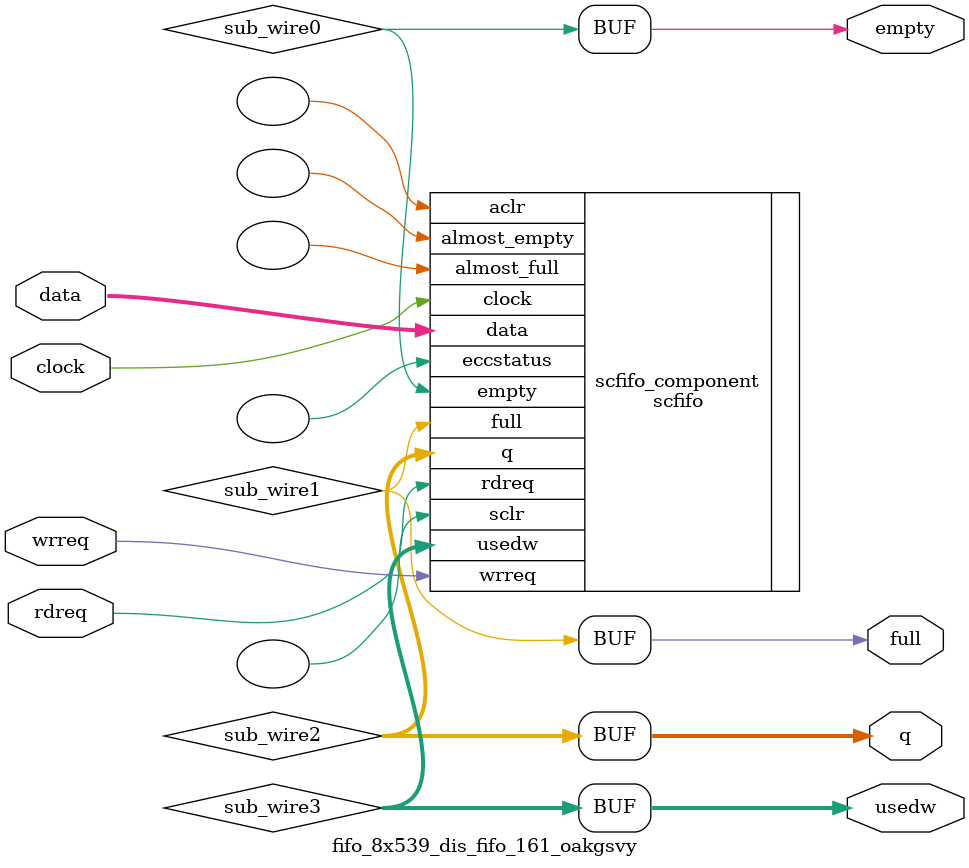
<source format=v>



`timescale 1 ps / 1 ps
// synopsys translate_on
module  fifo_8x539_dis_fifo_161_oakgsvy  (
    clock,
    data,
    rdreq,
    wrreq,
    empty,
    full,
    q,
    usedw);

    input    clock;
    input  [538:0]  data;
    input    rdreq;
    input    wrreq;
    output   empty;
    output   full;
    output [538:0]  q;
    output [2:0]  usedw;

    wire  sub_wire0;
    wire  sub_wire1;
    wire [538:0] sub_wire2;
    wire [2:0] sub_wire3;
    wire  empty = sub_wire0;
    wire  full = sub_wire1;
    wire [538:0] q = sub_wire2[538:0];
    wire [2:0] usedw = sub_wire3[2:0];

    scfifo  scfifo_component (
                .clock (clock),
                .data (data),
                .rdreq (rdreq),
                .wrreq (wrreq),
                .empty (sub_wire0),
                .full (sub_wire1),
                .q (sub_wire2),
                .usedw (sub_wire3),
                .aclr (),
                .almost_empty (),
                .almost_full (),
                .eccstatus (),
                .sclr ());
    defparam
        scfifo_component.add_ram_output_register  = "OFF",
        scfifo_component.enable_ecc  = "FALSE",
        scfifo_component.intended_device_family  = "Arria 10",
        scfifo_component.lpm_hint  = "RAM_BLOCK_TYPE=MLAB",
        scfifo_component.lpm_numwords  = 8,
        scfifo_component.lpm_showahead  = "ON",
        scfifo_component.lpm_type  = "scfifo",
        scfifo_component.lpm_width  = 539,
        scfifo_component.lpm_widthu  = 3,
        scfifo_component.overflow_checking  = "ON",
        scfifo_component.underflow_checking  = "ON",
        scfifo_component.use_eab  = "ON";


endmodule



</source>
